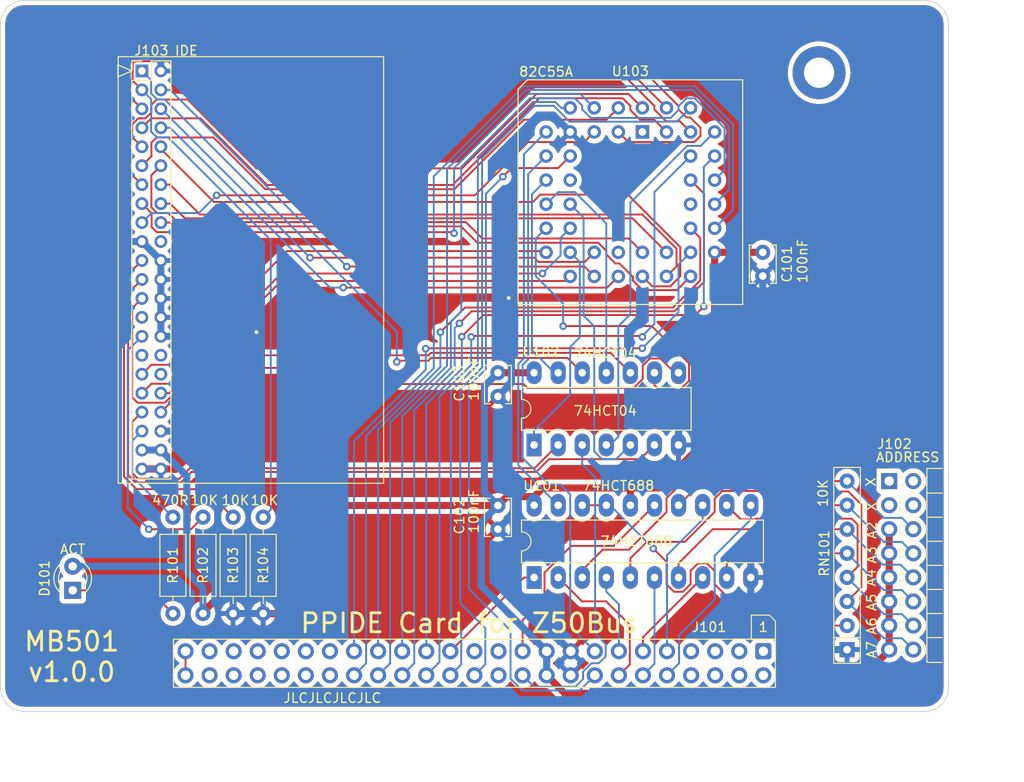
<source format=kicad_pcb>
(kicad_pcb (version 20211014) (generator pcbnew)
  (layers (0 "F.Cu" signal) (31 "B.Cu" signal) (34 "B.Paste" user) (35 "F.Paste" user) (36 "B.SilkS" user "B.Silkscreen") (37 "F.SilkS" user "F.Silkscreen") (38 "B.Mask" user) (39 "F.Mask" user) (44 "Edge.Cuts" user))
  (net 0 "")
  (net 9 "VCC")
  (net 10 "GND")
  (net 11 "Net-(D101-Pad1)")
  (net 12 "/A7")
  (net 13 "/A6")
  (net 14 "/A5")
  (net 15 "/A4")
  (net 16 "/A3")
  (net 17 "/A2")
  (net 18 "/A1")
  (net 19 "/A0")
  (net 20 "/~{M1}")
  (net 24 "/~{RESET}")
  (net 25 "/~{WR}")
  (net 26 "/~{IORQ}")
  (net 27 "/~{RD}")
  (net 28 "/D1")
  (net 29 "/D0")
  (net 30 "/D3")
  (net 31 "/D2")
  (net 32 "/D5")
  (net 33 "/D4")
  (net 34 "/D7")
  (net 45 "Net-(J101-Pad49)")
  (net 46 "/D6")
  (net 47 "/~{DRESET}")
  (net 50 "/PA7")
  (net 51 "/PB0")
  (net 52 "/PA6")
  (net 53 "/PB1")
  (net 54 "/PA5")
  (net 55 "/PB2")
  (net 56 "/PA4")
  (net 57 "/PB3")
  (net 58 "/PA3")
  (net 59 "/PB4")
  (net 60 "/PA2")
  (net 61 "/PB5")
  (net 62 "/PA1")
  (net 63 "/PB6")
  (net 64 "/PA0")
  (net 65 "/PB7")
  (net 66 "/DMARQ")
  (net 67 "/~{DIOW}")
  (net 68 "/~{DIOR}")
  (net 69 "/DMACK")
  (net 70 "/~{DCS0}")
  (net 71 "/~{DCS1}")
  (net 72 "/~{ACT}")
  (net 82 "Net-(RN101-Pad2)")
  (net 83 "/~{PIO_CS}")
  (net 84 "Net-(J102-Pad6)")
  (net 85 "/RESET")
  (net 86 "Net-(J102-Pad8)")
  (net 87 "Net-(J102-Pad10)")
  (net 88 "Net-(J102-Pad12)")
  (net 89 "Net-(J102-Pad14)")
  (net 94 "Net-(J102-Pad16)")
  (net 95 "/DA1")
  (net 96 "/DA0")
  (net 97 "/DA2")
  (net 98 "/DRESET")
  (net 99 "/DIOR")
  (net 100 "/DCS1")
  (net 101 "/DIOW")
  (net 102 "/DCS0")
  (footprint "Resistor_THT:R_Axial_DIN0207_L6.3mm_D2.5mm_P10.16mm_Horizontal" (layer "F.Cu") (at 127.715 104.51 -90)
    (fp_text reference "R104")
    (fp_text value "10K")
  )
  (footprint "Capacitor_THT:C_Disc_D3.8mm_W2.6mm_P2.50mm" (layer "F.Cu") (at 152.48 89.27 -90)
    (fp_text reference "C103")
    (fp_text value "0.1uF")
  )
  (footprint "Capacitor_THT:C_Disc_D3.8mm_W2.6mm_P2.50mm" (layer "F.Cu") (at 152.48 103.28 -90)
    (fp_text reference "C102")
    (fp_text value "0.1uF")
  )
  (footprint "Capacitor_THT:C_Disc_D3.8mm_W2.6mm_P2.50mm" (layer "F.Cu") (at 180.42 76.57 -90)
    (fp_text reference "C101")
    (fp_text value "0.1uF")
  )
  (footprint "Connector_PinHeader_2.54mm:PinHeader_2x08_P2.54mm_Horizontal" (layer "F.Cu") (at 193.755 100.7)
    (fp_text reference "J102")
    (fp_text value "Conn_02x08_Odd_Even")
  )
  (footprint "Package_DIP:DIP-20_W7.62mm_LongPads" (layer "F.Cu") (at 156.295 110.875 90)
    (fp_text reference "U101")
    (fp_text value "74HCT688")
  )
  (footprint "Z50bus:Apacer DOM" (layer "F.Cu") (at 114.92 57.43)
    (fp_text reference "J103")
    (fp_text value "Apacer_DOM")
  )
  (footprint "LED_THT:LED_D3.0mm" (layer "F.Cu") (at 107.62 112.23 90)
    (fp_text reference "D101")
    (fp_text value "LED")
  )
  (footprint "Resistor_THT:R_Axial_DIN0207_L6.3mm_D2.5mm_P10.16mm_Horizontal" (layer "F.Cu") (at 124.54 104.51 -90)
    (fp_text reference "R103")
    (fp_text value "10K")
  )
  (footprint "Package_DIP:DIP-14_W7.62mm_LongPads" (layer "F.Cu") (at 156.29 96.89 90)
    (fp_text reference "U102")
    (fp_text value "74HCT04")
  )
  (footprint "Package_LCC:PLCC-44_THT-Socket" (layer "F.Cu") (at 167.72 63.87)
    (fp_text reference "U103")
    (fp_text value "82C55A_PLCC")
  )
  (footprint "Z50bus:Z50bus module card edge" (layer "F.Cu") (at 180.48 118.65 -90)
    (fp_text reference "J101")
    (fp_text value "Z50bus_male")
  )
  (footprint "Resistor_THT:R_Array_SIP8" (layer "F.Cu") (at 189.31 118.48 90)
    (fp_text reference "RN101")
    (fp_text value "10K")
  )
  (footprint "Resistor_THT:R_Axial_DIN0207_L6.3mm_D2.5mm_P10.16mm_Horizontal" (layer "F.Cu") (at 118.19 104.51 -90)
    (fp_text reference "R101")
    (fp_text value "470R")
  )
  (footprint "MountingHole:MountingHole_3.2mm_M3_DIN965_Pad_TopBottom" (layer "F.Cu") (at 186.36 57.62)
    (fp_text reference "H101" hide)
    (fp_text value "MountingHole")
  )
  (footprint "Resistor_THT:R_Axial_DIN0207_L6.3mm_D2.5mm_P10.16mm_Horizontal" (layer "F.Cu") (at 121.365 104.51 -90)
    (fp_text reference "R102")
    (fp_text value "10K")
  )
  (gr_line (start 102.5 50) (end 197.5 50) (layer "Edge.Cuts") (width 0.1))
  (gr_arc (start 100 52.5) (mid 100.732233 50.732233) (end 102.5 50) (layer "Edge.Cuts") (width 0.1))
  (gr_line (start 200 52.5) (end 200 122.5) (layer "Edge.Cuts") (width 0.1))
  (gr_line (start 100 122.5) (end 100 52.5) (layer "Edge.Cuts") (width 0.1))
  (gr_arc (start 200 122.5) (mid 199.267767 124.267767) (end 197.5 125) (layer "Edge.Cuts") (width 0.1))
  (gr_line (start 197.5 125) (end 102.5 125) (layer "Edge.Cuts") (width 0.1))
  (gr_arc (start 197.5 50) (mid 199.267767 50.732233) (end 200 52.5) (layer "Edge.Cuts") (width 0.1))
  (gr_arc (start 102.5 125) (mid 100.732233 124.267767) (end 100 122.5) (layer "Edge.Cuts") (width 0.1))
  (gr_text "ACT" (at 107.61 107.89) (layer "F.SilkS") (effects (font (size 1 1))))
  (gr_text "10K" (at 186.77 101.97 90) (layer "F.SilkS") (effects (font (size 1 1))))
  (gr_text "PPIDE Card for Z50Bus" (at 149.432 115.686) (layer "F.SilkS") (effects (font (size 2 2) (thickness 0.3))))
  (gr_text "X" (at 191.91 103.39 90) (layer "F.SilkS") (effects (font (size 1 1))))
  (gr_text "ADDRESS" (at 195.71 98.19) (layer "F.SilkS") (effects (font (size 1 1))))
  (gr_text "A5" (at 191.91 113.49 90) (layer "F.SilkS") (effects (font (size 1 1))))
  (gr_text "MB501\nv1.0.0" (at 107.522 119.242) (layer "F.SilkS") (effects (font (size 2 2) (thickness 0.3))))
  (gr_text "74HCT04" (at 163.81 93.29) (layer "F.SilkS") (effects (font (size 1 1))))
  (gr_text "A2" (at 191.91 105.89 90) (layer "F.SilkS") (effects (font (size 1 1))))
  (gr_text "A6" (at 191.91 115.99 90) (layer "F.SilkS") (effects (font (size 1 1))))
  (gr_text "10K" (at 127.842 102.732) (layer "F.SilkS") (effects (font (size 1 1))))
  (gr_text "100nF" (at 184.61 77.49 90) (layer "F.SilkS") (effects (font (size 1 1))))
  (gr_text "JLCJLCJLCJLC" (at 135.01 123.59) (layer "F.SilkS") (effects (font (size 1 1))))
  (gr_text "IDE" (at 119.61 55.29) (layer "F.SilkS") (effects (font (size 1 1))))
  (gr_text "74HCT688" (at 167.085 107.05) (layer "F.SilkS") (effects (font (size 1 1))))
  (gr_text "100nF" (at 149.94 103.875 90) (layer "F.SilkS") (effects (font (size 1 1))))
  (gr_text "470R" (at 117.936 102.732) (layer "F.SilkS") (effects (font (size 1 1))))
  (gr_text "10K" (at 121.492 102.732) (layer "F.SilkS") (effects (font (size 1 1))))
  (gr_text "A7" (at 191.91 118.49 90) (layer "F.SilkS") (effects (font (size 1 1))))
  (gr_text "A4" (at 191.81 110.89 90) (layer "F.SilkS") (effects (font (size 1 1))))
  (gr_text "74HCT688" (at 165.18 101.19) (layer "F.SilkS") (effects (font (size 1 1))))
  (gr_text "A3" (at 191.91 108.49 90) (layer "F.SilkS") (effects (font (size 1 1))))
  (gr_text "10K" (at 124.794 102.732) (layer "F.SilkS") (effects (font (size 1 1))))
  (gr_text "82C55A" (at 157.56 57.52) (layer "F.SilkS") (effects (font (size 1 1))))
  (gr_text "100nF" (at 149.94 89.905 90) (layer "F.SilkS") (effects (font (size 1 1))))
  (gr_text "74HCT04" (at 163.81 87.19) (layer "F.SilkS") (effects (font (size 1 1))))
  (gr_text "X" (at 191.81 100.79 90) (layer "F.SilkS") (effects (font (size 1 1))))
  (segment (start 193.755 118.48) (end 193.755 105.78) (width 0.75) (layer "F.Cu") (net 9))
  (segment locked (start 189.225 123.09) (end 193.82 118.495) (width 0.75) (layer "F.Cu") (net 9))
  (segment locked (start 157.62 121.19) (end 159.52 123.09) (width 0.75) (layer "F.Cu") (net 9))
  (segment (start 153.4177 102.3423) (end 156.295 102.3423) (width 0.75) (layer "F.Cu") (net 9))
  (segment (start 156.295 102.3423) (end 157.2076 101.4297) (width 0.75) (layer "F.Cu") (net 9))
  (segment (start 152.48 103.28) (end 153.4177 102.3423) (width 0.75) (layer "F.Cu") (net 9))
  (segment (start 152.48 89.27) (end 156.29 89.27) (width 0.75) (layer "F.Cu") (net 9))
  (segment locked (start 159.52 123.09) (end 189.225 123.09) (width 0.75) (layer "F.Cu") (net 9))
  (segment (start 132.615 103.28) (end 152.48 103.28) (width 0.75) (layer "F.Cu") (net 9))
  (segment (start 156.295 103.255) (end 156.295 102.3423) (width 0.75) (layer "F.Cu") (net 9))
  (segment (start 166.455 101.4297) (end 169.416 101.4297) (width 0.75) (layer "F.Cu") (net 9))
  (segment (start 169.416 101.4297) (end 175.34 95.5057) (width 0.75) (layer "F.Cu") (net 9))
  (segment (start 157.2076 101.4297) (end 166.455 101.4297) (width 0.75) (layer "F.Cu") (net 9))
  (segment (start 166.455 103.255) (end 166.455 101.4297) (width 0.75) (layer "F.Cu") (net 9))
  (segment (start 175.34 95.5057) (end 175.34 76.57) (width 0.75) (layer "F.Cu") (net 9))
  (segment (start 121.365 114.53) (end 132.615 103.28) (width 0.75) (layer "F.Cu") (net 9))
  (segment (start 121.365 114.67) (end 121.365 114.53) (width 0.75) (layer "F.Cu") (net 9))
  (segment (start 175.34 76.57) (end 180.42 76.57) (width 0.75) (layer "F.Cu") (net 9))
  (segment (start 152.48 103.28) (end 151.054 101.854) (width 0.75) (layer "B.Cu") (net 9))
  (segment (start 157.62 121.19) (end 157.62 118.65) (width 0.75) (layer "B.Cu") (net 9))
  (segment (start 114.92 97.43) (end 116.92 97.43) (width 0.75) (layer "B.Cu") (net 9))
  (segment (start 157.62 118.65) (end 150.71 111.74) (width 0.75) (layer "B.Cu") (net 9))
  (segment (start 119.6566 108.32) (end 119.6566 100.1666) (width 0.75) (layer "B.Cu") (net 9))
  (segment (start 121.365 111.9747) (end 119.6566 110.2663) (width 0.75) (layer "B.Cu") (net 9))
  (segment (start 151.054 101.854) (end 151.054 90.696) (width 0.75) (layer "B.Cu") (net 9))
  (segment (start 107.62 109.69) (end 119.56 109.69) (width 0.75) (layer "B.Cu") (net 9))
  (segment (start 151.054 90.696) (end 152.48 89.27) (width 0.75) (layer "B.Cu") (net 9))
  (segment (start 150.71 111.74) (end 150.71 105.05) (width 0.75) (layer "B.Cu") (net 9))
  (segment (start 150.71 105.05) (end 152.48 103.28) (width 0.75) (layer "B.Cu") (net 9))
  (segment (start 119.6566 110.2663) (end 119.6566 109.7866) (width 0.75) (layer "B.Cu") (net 9))
  (segment (start 119.6566 109.7866) (end 119.6566 108.32) (width 0.75) (layer "B.Cu") (net 9))
  (segment (start 121.365 114.67) (end 121.365 111.9747) (width 0.75) (layer "B.Cu") (net 9))
  (segment (start 119.56 109.69) (end 119.6566 109.7866) (width 0.75) (layer "B.Cu") (net 9))
  (segment (start 119.6566 100.1666) (end 116.92 97.43) (width 0.75) (layer "B.Cu") (net 9))
  (segment (start 114.92 99.43) (end 116.2203 99.43) (width 0.75) (layer "F.Cu") (net 10))
  (segment (start 154.1 93.39) (end 169.8553 93.39) (width 0.75) (layer "F.Cu") (net 10))
  (segment (start 119.01 98.89) (end 119.01 96.24) (width 0.75) (layer "F.Cu") (net 10))
  (segment (start 116.92 99.43) (end 116.2203 99.43) (width 0.75) (layer "F.Cu") (net 10))
  (segment (start 118.2 95.43) (end 116.92 95.43) (width 0.75) (layer "F.Cu") (net 10))
  (segment (start 127.715 114.67) (end 127.735 114.69) (width 0.75) (layer "F.Cu") (net 10))
  (segment (start 140.61 81.39) (end 153.51 81.39) (width 0.75) (layer "F.Cu") (net 10))
  (segment (start 153.51 81.39) (end 153.61 81.29) (width 0.75) (layer "F.Cu") (net 10))
  (segment (start 127.735 114.69) (end 143.57 114.69) (width 0.75) (layer "F.Cu") (net 10))
  (segment (start 143.57 114.69) (end 152.48 105.78) (width 0.75) (layer "F.Cu") (net 10))
  (segment (start 119.01 96.24) (end 118.2 95.43) (width 0.75) (layer "F.Cu") (net 10))
  (segment (start 127.01 84.99) (end 137.01 84.99) (width 0.75) (layer "F.Cu") (net 10))
  (segment (start 116.92 99.43) (end 118.47 99.43) (width 0.75) (layer "F.Cu") (net 10))
  (segment (start 137.01 84.99) (end 140.61 81.39) (width 0.75) (layer "F.Cu") (net 10))
  (segment (start 169.8553 93.39) (end 171.53 95.0647) (width 0.75) (layer "F.Cu") (net 10))
  (segment (start 118.47 99.43) (end 119.01 98.89) (width 0.75) (layer "F.Cu") (net 10))
  (segment (start 171.53 95.0647) (end 171.53 96.89) (width 0.75) (layer "F.Cu") (net 10))
  (segment (start 152.48 91.77) (end 154.1 93.39) (width 0.75) (layer "F.Cu") (net 10))
  (via (at 127.01 84.99) (size 0.8) (drill 0.4) (layers "F.Cu" "B.Cu") (net 10))
  (via (at 153.61 81.39) (size 0.8) (drill 0.4) (layers "F.Cu" "B.Cu") (net 10))
  (segment (start 154.11 104.15) (end 154.11 101.09) (width 0.75) (layer "B.Cu") (net 10))
  (segment (start 118.61 87.39) (end 118.61 94.89) (width 0.75) (layer "B.Cu") (net 10))
  (segment (start 171.53 96.89) (end 171.53 95.0647) (width 0.75) (layer "B.Cu") (net 10))
  (segment (start 116.92 81.43) (end 116.92 79.43) (width 0.75) (layer "B.Cu") (net 10))
  (segment (start 116.92 85.43) (end 118.61 85.43) (width 0.75) (layer "B.Cu") (net 10))
  (segment (start 116.92 95.43) (end 119.15 95.43) (width 0.75) (layer "B.Cu") (net 10))
  (segment (start 113.25 75.43) (end 112.71 74.89) (width 0.75) (layer "B.Cu") (net 10))
  (segment (start 153.41 92.7) (end 152.48 91.77) (width 0.75) (layer "B.Cu") (net 10))
  (segment (start 154.295489 64.919211) (end 157.1227 62.092) (width 0.75) (layer "B.Cu") (net 10))
  (segment (start 122.91 111.39) (end 124.54 113.02) (width 0.75) (layer "B.Cu") (net 10))
  (segment (start 180.42 94.686) (end 180.0413 95.0647) (width 0.75) (layer "B.Cu") (net 10))
  (segment (start 118.61 87.39) (end 124.61 87.39) (width 0.75) (layer "B.Cu") (net 10))
  (segment (start 116.92 81.43) (end 116.92 83.43) (width 0.75) (layer "B.Cu") (net 10))
  (segment (start 112.71 74.89) (end 112.71 56.904) (width 0.75) (layer "B.Cu") (net 10))
  (segment (start 124.61 87.39) (end 127.01 84.99) (width 0.75) (layer "B.Cu") (net 10))
  (segment (start 153.904511 75.502883) (end 154.295489 75.111905) (width 0.75) (layer "B.Cu") (net 10))
  (segment (start 112.71 56.904) (end 113.745 55.869) (width 0.75) (layer "B.Cu") (net 10))
  (segment (start 152.48 105.78) (end 154.11 104.15) (width 0.75) (layer "B.Cu") (net 10))
  (segment (start 127.715 114.67) (end 124.54 114.67) (width 0.75) (layer "B.Cu") (net 10))
  (segment (start 114.92 75.43) (end 116.92 77.43) (width 0.75) (layer "B.Cu") (net 10))
  (segment (start 116.92 55.869) (end 116.92 57.43) (width 0.75) (layer "B.Cu") (net 10))
  (segment (start 160.16 118.65) (end 153.71 112.2) (width 0.75) (layer "B.Cu") (net 10))
  (segment (start 153.41 100.39) (end 153.41 92.7) (width 0.75) (layer "B.Cu") (net 10))
  (segment (start 118.61 85.43) (end 118.61 87.39) (width 0.75) (layer "B.Cu") (net 10))
  (segment (start 122.91 99.19) (end 122.91 111.39) (width 0.75) (layer "B.Cu") (net 10))
  (segment (start 160.16 121.19) (end 159.16 120.19) (width 0.2) (layer "B.Cu") (net 10))
  (segment (start 152.48 91.77) (end 153.904511 90.345489) (width 0.75) (layer "B.Cu") (net 10))
  (segment (start 113.745 55.869) (end 116.92 55.869) (width 0.75) (layer "B.Cu") (net 10))
  (segment (start 159.16 119.65) (end 160.16 118.65) (width 0.2) (layer "B.Cu") (net 10))
  (segment (start 180.91 107.2947) (end 179.155 109.0497) (width 0.75) (layer "B.Cu") (net 10))
  (segment (start 118.61 94.89) (end 119.15 95.43) (width 0.75) (layer "B.Cu") (net 10))
  (segment (start 153.904511 90.345489) (end 153.904511 75.502883) (width 0.75) (layer "B.Cu") (net 10))
  (segment (start 189.31 118.48) (end 184.9347 118.48) (width 0.75) (layer "B.Cu") (net 10))
  (segment (start 159.16 120.19) (end 159.16 119.65) (width 0.2) (layer "B.Cu") (net 10))
  (segment (start 116.92 83.43) (end 116.92 85.43) (width 0.75) (layer "B.Cu") (net 10))
  (segment (start 116.92 79.43) (end 116.92 77.43) (width 0.75) (layer "B.Cu") (net 10))
  (segment (start 158.322 62.092) (end 160.1 63.87) (width 0.75) (layer "B.Cu") (net 10))
  (segment (start 114.92 75.43) (end 113.25 75.43) (width 0.75) (layer "B.Cu") (net 10))
  (segment (start 179.155 109.0497) (end 179.155 110.875) (width 0.75) (layer "B.Cu") (net 10))
  (segment (start 180.91 95.9334) (end 180.91 107.2947) (width 0.75) (layer "B.Cu") (net 10))
  (segment (start 184.9347 118.48) (end 179.155 112.7003) (width 0.75) (layer "B.Cu") (net 10))
  (segment (start 153.71 107.01) (end 152.48 105.78) (width 0.75) (layer "B.Cu") (net 10))
  (segment (start 157.1227 62.092) (end 158.322 62.092) (width 0.75) (layer "B.Cu") (net 10))
  (segment (start 180.0413 95.0647) (end 171.53 95.0647) (width 0.75) (layer "B.Cu") (net 10))
  (segment (start 124.54 113.02) (end 124.54 114.67) (width 0.75) (layer "B.Cu") (net 10))
  (segment (start 154.11 101.09) (end 153.41 100.39) (width 0.75) (layer "B.Cu") (net 10))
  (segment (start 180.42 79.07) (end 180.42 94.686) (width 0.75) (layer "B.Cu") (net 10))
  (segment (start 119.15 95.43) (end 122.91 99.19) (width 0.75) (layer "B.Cu") (net 10))
  (segment (start 179.155 110.875) (end 179.155 112.7003) (width 0.75) (layer "B.Cu") (net 10))
  (segment (start 153.71 112.2) (end 153.71 107.01) (width 0.75) (layer "B.Cu") (net 10))
  (segment (start 180.0413 95.0647) (end 180.91 95.9334) (width 0.75) (layer "B.Cu") (net 10))
  (segment (start 154.295489 75.111905) (end 154.295489 64.919211) (width 0.75) (layer "B.Cu") (net 10))
  (segment (start 118.19 114.67) (end 115.81 112.29) (width 0.2) (layer "F.Cu") (net 11))
  (segment (start 107.62 112.23) (end 115.75 112.23) (width 0.2) (layer "F.Cu") (net 11))
  (segment (start 115.75 112.23) (end 115.81 112.29) (width 0.2) (layer "F.Cu") (net 11))
  (segment (start 174.075 104.7553) (end 170.32 108.5103) (width 0.2) (layer "B.Cu") (net 12))
  (segment (start 170.32 108.5103) (end 170.32 118.65) (width 0.2) (layer "B.Cu") (net 12))
  (segment (start 174.075 103.255) (end 174.075 104.7553) (width 0.2) (layer "B.Cu") (net 12))
  (segment (start 171.59 116.9612) (end 171.59 119.92) (width 0.2) (layer "B.Cu") (net 13))
  (segment (start 175.345 113.2062) (end 171.59 116.9612) (width 0.2) (layer "B.Cu") (net 13))
  (segment (start 171.59 119.92) (end 170.32 121.19) (width 0.2) (layer "B.Cu") (net 13))
  (segment (start 179.155 103.255) (end 179.155 104.7553) (width 0.2) (layer "B.Cu") (net 13))
  (segment (start 175.345 108.5653) (end 175.345 113.2062) (width 0.2) (layer "B.Cu") (net 13))
  (segment (start 179.155 104.7553) (end 175.345 108.5653) (width 0.2) (layer "B.Cu") (net 13))
  (segment (start 174.075 110.875) (end 167.78 117.17) (width 0.2) (layer "F.Cu") (net 14))
  (segment (start 167.78 117.17) (end 167.78 118.65) (width 0.2) (layer "F.Cu") (net 14))
  (segment (start 168.995 110.875) (end 168.995 119.975) (width 0.2) (layer "B.Cu") (net 15))
  (segment (start 168.995 119.975) (end 167.78 121.19) (width 0.2) (layer "B.Cu") (net 15))
  (segment (start 163.915 112.3753) (end 165.24 113.7003) (width 0.2) (layer "B.Cu") (net 16))
  (segment (start 163.915 110.875) (end 163.915 112.3753) (width 0.2) (layer "B.Cu") (net 16))
  (segment (start 165.24 113.7003) (end 165.24 118.65) (width 0.2) (layer "B.Cu") (net 16))
  (segment (start 166.389511 120.040489) (end 165.24 121.19) (width 0.2) (layer "F.Cu") (net 17))
  (segment (start 163.90049 113.39049) (end 166.389511 115.879511) (width 0.2) (layer "F.Cu") (net 17))
  (segment (start 166.389511 115.879511) (end 166.389511 120.040489) (width 0.2) (layer "F.Cu") (net 17))
  (segment (start 161.35049 113.39049) (end 163.90049 113.39049) (width 0.2) (layer "F.Cu") (net 17))
  (segment (start 158.835 110.875) (end 161.35049 113.39049) (width 0.2) (layer "F.Cu") (net 17))
  (segment (start 157.901 101.081) (end 159.084 101.081) (width 0.2) (layer "B.Cu") (net 18))
  (segment (start 155.667977 87.866357) (end 155.078533 88.455801) (width 0.2) (layer "B.Cu") (net 18))
  (segment (start 159.084 101.081) (end 160.105 102.102) (width 0.2) (layer "B.Cu") (net 18))
  (segment (start 155.667977 68.302023) (end 155.667977 87.866357) (width 0.2) (layer "B.Cu") (net 18))
  (segment (start 160.105 116.055) (end 162.7 118.65) (width 0.2) (layer "B.Cu") (net 18))
  (segment (start 160.105 102.102) (end 160.105 116.055) (width 0.2) (layer "B.Cu") (net 18))
  (segment (start 155.078533 98.258533) (end 157.901 101.081) (width 0.2) (layer "B.Cu") (net 18))
  (segment (start 157.56 66.41) (end 155.667977 68.302023) (width 0.2) (layer "B.Cu") (net 18))
  (segment (start 155.078533 88.455801) (end 155.078533 98.258533) (width 0.2) (layer "B.Cu") (net 18))
  (segment (start 160.1 66.41) (end 158.83 67.68) (width 0.2) (layer "F.Cu") (net 19))
  (segment (start 153.92 67.68) (end 153.01 68.59) (width 0.2) (layer "F.Cu") (net 19))
  (segment (start 158.83 67.68) (end 153.92 67.68) (width 0.2) (layer "F.Cu") (net 19))
  (via (at 153.01 68.59) (size 0.8) (drill 0.4) (layers "F.Cu" "B.Cu") (net 19))
  (segment (start 153.81 121.5518) (end 153.81 116.4647) (width 0.2) (layer "B.Cu") (net 19))
  (segment (start 151.21 88.8853) (end 151.21 70.39) (width 0.2) (layer "B.Cu") (net 19))
  (segment (start 153.81 116.4647) (end 149.41 112.0647) (width 0.2) (layer "B.Cu") (net 19))
  (segment (start 151.21 70.39) (end 153.01 68.59) (width 0.2) (layer "B.Cu") (net 19))
  (segment (start 161.0946 122.7954) (end 155.0536 122.7954) (width 0.2) (layer "B.Cu") (net 19))
  (segment (start 155.0536 122.7954) (end 153.81 121.5518) (width 0.2) (layer "B.Cu") (net 19))
  (segment (start 149.41 90.6853) (end 151.21 88.8853) (width 0.2) (layer "B.Cu") (net 19))
  (segment (start 149.41 112.0647) (end 149.41 90.6853) (width 0.2) (layer "B.Cu") (net 19))
  (segment (start 162.7 121.19) (end 161.0946 122.7954) (width 0.2) (layer "B.Cu") (net 19))
  (segment (start 164.710511 107.539489) (end 160.214211 107.539489) (width 0.2) (layer "F.Cu") (net 20))
  (segment (start 160.214211 107.539489) (end 157.394511 110.359189) (width 0.2) (layer "F.Cu") (net 20))
  (segment (start 157.394511 110.359189) (end 157.394511 113.057489) (width 0.2) (layer "F.Cu") (net 20))
  (segment (start 157.394511 113.057489) (end 155.08 115.372) (width 0.2) (layer "F.Cu") (net 20))
  (segment (start 155.08 115.372) (end 155.08 118.65) (width 0.2) (layer "F.Cu") (net 20))
  (segment (start 168.995 103.255) (end 164.710511 107.539489) (width 0.2) (layer "F.Cu") (net 20))
  (segment (start 156.285 122.395) (end 155.08 121.19) (width 0.2) (layer "B.Cu") (net 24))
  (segment (start 163.1185 119.92) (end 162.3415 119.92) (width 0.2) (layer "B.Cu") (net 24))
  (segment (start 162.7314 116.7812) (end 163.8504 117.9002) (width 0.2) (layer "B.Cu") (net 24))
  (segment (start 162.3415 119.92) (end 161.4654 120.7961) (width 0.2) (layer "B.Cu") (net 24))
  (segment (start 161.4654 121.5927) (end 160.6631 122.395) (width 0.2) (layer "B.Cu") (net 24))
  (segment (start 161.37 96.89) (end 161.37 98.9224) (width 0.2) (layer "B.Cu") (net 24))
  (segment (start 161.37 98.9224) (end 162.7314 100.2838) (width 0.2) (layer "B.Cu") (net 24))
  (segment (start 160.6631 122.395) (end 156.285 122.395) (width 0.2) (layer "B.Cu") (net 24))
  (segment (start 161.4654 120.7961) (end 161.4654 121.5927) (width 0.2) (layer "B.Cu") (net 24))
  (segment (start 163.8504 119.1881) (end 163.1185 119.92) (width 0.2) (layer "B.Cu") (net 24))
  (segment (start 163.8504 117.9002) (end 163.8504 119.1881) (width 0.2) (layer "B.Cu") (net 24))
  (segment (start 162.7314 100.2838) (end 162.7314 116.7812) (width 0.2) (layer "B.Cu") (net 24))
  (segment (start 148.51 91.019) (end 150.810489 88.718511) (width 0.2) (layer "B.Cu") (net 25))
  (segment (start 156.318528 61.113022) (end 158.368921 61.113021) (width 0.2) (layer "B.Cu") (net 25))
  (segment (start 151.149511 120.040489) (end 151.149511 116.229511) (width 0.2) (layer "B.Cu") (net 25))
  (segment (start 160.0443 62.7884) (end 171.3416 62.7884) (width 0.2) (layer "B.Cu") (net 25))
  (segment (start 148.51 113.59) (end 148.51 91.019) (width 0.2) (layer "B.Cu") (net 25))
  (segment (start 150.810489 88.718511) (end 150.81049 66.62106) (width 0.2) (layer "B.Cu") (net 25))
  (segment (start 151.149511 116.229511) (end 148.51 113.59) (width 0.2) (layer "B.Cu") (net 25))
  (segment (start 171.3416 62.7884) (end 172.8 61.33) (width 0.2) (layer "B.Cu") (net 25))
  (segment (start 158.368921 61.113021) (end 160.0443 62.7884) (width 0.2) (layer "B.Cu") (net 25))
  (segment (start 150.81049 66.62106) (end 156.318528 61.113022) (width 0.2) (layer "B.Cu") (net 25))
  (segment (start 150 121.19) (end 151.149511 120.040489) (width 0.2) (layer "B.Cu") (net 25))
  (segment (start 155.235 110.875) (end 147.46 118.65) (width 0.2) (layer "F.Cu") (net 26))
  (segment (start 156.295 110.875) (end 155.235 110.875) (width 0.2) (layer "F.Cu") (net 26))
  (segment (start 148.609511 120.040489) (end 147.46 121.19) (width 0.2) (layer "B.Cu") (net 27))
  (segment (start 148.609511 116.624517) (end 148.609511 120.040489) (width 0.2) (layer "B.Cu") (net 27))
  (segment (start 147.51049 91.254504) (end 147.51049 115.525496) (width 0.2) (layer "B.Cu") (net 27))
  (segment (start 147.51049 115.525496) (end 148.609511 116.624517) (width 0.2) (layer "B.Cu") (net 27))
  (segment (start 150.360978 66.505578) (end 150.360978 88.404016) (width 0.2) (layer "B.Cu") (net 27))
  (segment (start 159.150893 61.33) (end 158.534404 60.713511) (width 0.2) (layer "B.Cu") (net 27))
  (segment (start 158.534404 60.713511) (end 158.460358 60.71351) (width 0.2) (layer "B.Cu") (net 27))
  (segment (start 156.153045 60.713511) (end 150.360978 66.505578) (width 0.2) (layer "B.Cu") (net 27))
  (segment (start 150.360978 88.404016) (end 147.51049 91.254504) (width 0.2) (layer "B.Cu") (net 27))
  (segment (start 158.460358 60.71351) (end 156.153045 60.713511) (width 0.2) (layer "B.Cu") (net 27))
  (segment (start 160.1 61.33) (end 159.150893 61.33) (width 0.2) (layer "B.Cu") (net 27))
  (segment (start 148.662432 85.459771) (end 150.932203 83.19) (width 0.2) (layer "F.Cu") (net 28))
  (segment (start 150.932203 83.19) (end 173.297 83.19) (width 0.2) (layer "F.Cu") (net 28))
  (segment (start 173.297 83.19) (end 174.197 82.29) (width 0.2) (layer "F.Cu") (net 28))
  (via (at 174.197 82.29) (size 0.8) (drill 0.4) (layers "F.Cu" "B.Cu") (net 28))
  (via (at 148.662432 85.459771) (size 0.8) (drill 0.4) (layers "F.Cu" "B.Cu") (net 28))
  (segment (start 144.92 92.615006) (end 148.67 88.865006) (width 0.2) (layer "B.Cu") (net 28))
  (segment (start 144.92 118.65) (end 144.92 92.615006) (width 0.2) (layer "B.Cu") (net 28))
  (segment (start 148.67 88.865006) (end 148.67 85.467339) (width 0.2) (layer "B.Cu") (net 28))
  (segment (start 148.67 85.467339) (end 148.662432 85.459771) (width 0.2) (layer "B.Cu") (net 28))
  (segment (start 175.34 66.41) (end 174.197 67.553) (width 0.2) (layer "B.Cu") (net 28))
  (segment (start 174.197 67.553) (end 174.197 82.29) (width 0.2) (layer "B.Cu") (net 28))
  (segment (start 149.760988 85.39049) (end 149.661478 85.49) (width 0.2) (layer "F.Cu") (net 29))
  (segment (start 167.71 85.49) (end 167.61049 85.39049) (width 0.2) (layer "F.Cu") (net 29))
  (segment (start 167.61049 85.39049) (end 149.760988 85.39049) (width 0.2) (layer "F.Cu") (net 29))
  (via (at 167.71 85.49) (size 0.8) (drill 0.4) (layers "F.Cu" "B.Cu") (net 29))
  (via (at 149.661478 85.49) (size 0.8) (drill 0.4) (layers "F.Cu" "B.Cu") (net 29))
  (segment (start 168.99 84.11) (end 167.61 85.49) (width 0.2) (layer "B.Cu") (net 29))
  (segment (start 146.310489 119.799511) (end 146.310489 91.789511) (width 0.2) (layer "B.Cu") (net 29))
  (segment (start 149.661478 88.438522) (end 149.661478 85.49) (width 0.2) (layer "B.Cu") (net 29))
  (segment (start 144.92 121.19) (end 146.310489 119.799511) (width 0.2) (layer "B.Cu") (net 29))
  (segment (start 146.310489 91.789511) (end 149.661478 88.438522) (width 0.2) (layer "B.Cu") (net 29))
  (segment (start 167.61 85.49) (end 167.71 85.49) (width 0.2) (layer "B.Cu") (net 29))
  (segment (start 172.8 66.41) (end 168.99 70.22) (width 0.2) (layer "B.Cu") (net 29))
  (segment (start 168.99 70.22) (end 168.99 84.11) (width 0.2) (layer "B.Cu") (net 29))
  (segment (start 155.846142 60.314) (end 148.610499 67.549643) (width 0.2) (layer "B.Cu") (net 30))
  (segment (start 176.3909 67.8991) (end 176.3909 63.467) (width 0.2) (layer "B.Cu") (net 30))
  (segment (start 142.38 93.879973) (end 142.38 118.65) (width 0.2) (layer "B.Cu") (net 30))
  (segment (start 158.699087 60.3132) (end 158.698287 60.314) (width 0.2) (layer "B.Cu") (net 30))
  (segment (start 172.363 60.3184) (end 171.53 61.1514) (width 0.2) (layer "B.Cu") (net 30))
  (segment (start 171.53 61.1514) (end 171.53 61.5569) (width 0.2) (layer "B.Cu") (net 30))
  (segment (start 173.2423 60.3184) (end 172.363 60.3184) (width 0.2) (layer "B.Cu") (net 30))
  (segment (start 171.53 61.5569) (end 170.6989 62.388) (width 0.2) (layer "B.Cu") (net 30))
  (segment (start 175.34 68.95) (end 176.3909 67.8991) (width 0.2) (layer "B.Cu") (net 30))
  (segment (start 147.5105 88.749473) (end 142.38 93.879973) (width 0.2) (layer "B.Cu") (net 30))
  (segment (start 160.5887 60.3132) (end 158.699087 60.3132) (width 0.2) (layer "B.Cu") (net 30))
  (segment (start 176.3909 63.467) (end 173.2423 60.3184) (width 0.2) (layer "B.Cu") (net 30))
  (segment (start 158.698287 60.314) (end 155.846142 60.314) (width 0.2) (layer "B.Cu") (net 30))
  (segment (start 147.5105 83.900255) (end 147.5105 88.749473) (width 0.2) (layer "B.Cu") (net 30))
  (segment (start 148.610499 82.800256) (end 147.5105 83.900255) (width 0.2) (layer "B.Cu") (net 30))
  (segment (start 161.37 61.0945) (end 160.5887 60.3132) (width 0.2) (layer "B.Cu") (net 30))
  (segment (start 162.2665 62.388) (end 161.37 61.4915) (width 0.2) (layer "B.Cu") (net 30))
  (segment (start 161.37 61.4915) (end 161.37 61.0945) (width 0.2) (layer "B.Cu") (net 30))
  (segment (start 170.6989 62.388) (end 162.2665 62.388) (width 0.2) (layer "B.Cu") (net 30))
  (segment (start 148.610499 67.549643) (end 148.610499 82.800256) (width 0.2) (layer "B.Cu") (net 30))
  (segment (start 174.2215 79.6911) (end 171.122111 82.790489) (width 0.2) (layer "F.Cu") (net 31))
  (segment (start 149.688511 82.790489) (end 148.416 84.063) (width 0.2) (layer "F.Cu") (net 31))
  (segment (start 174.2215 70.3715) (end 174.2215 79.6911) (width 0.2) (layer "F.Cu") (net 31))
  (segment (start 172.8 68.95) (end 174.2215 70.3715) (width 0.2) (layer "F.Cu") (net 31))
  (segment (start 171.122111 82.790489) (end 149.688511 82.790489) (width 0.2) (layer "F.Cu") (net 31))
  (via (at 148.416 84.063) (size 0.8) (drill 0.4) (layers "F.Cu" "B.Cu") (net 31))
  (segment (start 142.38 121.19) (end 143.65 119.92) (width 0.2) (layer "B.Cu") (net 31))
  (segment (start 147.912931 88.957082) (end 147.912931 84.566069) (width 0.2) (layer "B.Cu") (net 31))
  (segment (start 143.65 93.220013) (end 147.912931 88.957082) (width 0.2) (layer "B.Cu") (net 31))
  (segment (start 147.912931 84.566069) (end 148.416 84.063) (width 0.2) (layer "B.Cu") (net 31))
  (segment (start 143.65 119.92) (end 143.65 93.220013) (width 0.2) (layer "B.Cu") (net 31))
  (segment (start 170.955222 82.390978) (end 149.009022 82.390978) (width 0.2) (layer "F.Cu") (net 32))
  (segment (start 173.8211 79.5251) (end 170.955222 82.390978) (width 0.2) (layer "F.Cu") (net 32))
  (segment (start 173.8211 75.0511) (end 173.8211 79.5251) (width 0.2) (layer "F.Cu") (net 32))
  (segment (start 149.009022 82.390978) (end 146.41 84.99) (width 0.2) (layer "F.Cu") (net 32))
  (segment (start 172.8 74.03) (end 173.8211 75.0511) (width 0.2) (layer "F.Cu") (net 32))
  (via (at 146.41 84.99) (size 0.8) (drill 0.4) (layers "F.Cu" "B.Cu") (net 32))
  (segment (start 139.84 118.65) (end 139.84 95.235031) (width 0.2) (layer "B.Cu") (net 32))
  (segment (start 139.84 95.235031) (end 146.41 88.665031) (width 0.2) (layer "B.Cu") (net 32))
  (segment (start 146.41 88.665031) (end 146.41 84.99) (width 0.2) (layer "B.Cu") (net 32))
  (segment (start 173.017311 59.443511) (end 155.445224 59.443511) (width 0.2) (layer "B.Cu") (net 33))
  (segment (start 141.11 94.530025) (end 141.11 119.92) (width 0.2) (layer "B.Cu") (net 33))
  (segment (start 155.445224 59.443511) (end 147.110989 67.777746) (width 0.2) (layer "B.Cu") (net 33))
  (segment (start 147.110989 88.529036) (end 141.11 94.530025) (width 0.2) (layer "B.Cu") (net 33))
  (segment (start 175.34 71.49) (end 176.8304 69.9996) (width 0.2) (layer "B.Cu") (net 33))
  (segment (start 147.110989 67.777746) (end 147.110989 88.529036) (width 0.2) (layer "B.Cu") (net 33))
  (segment (start 141.11 119.92) (end 139.84 121.19) (width 0.2) (layer "B.Cu") (net 33))
  (segment (start 176.8304 69.9996) (end 176.8304 63.2566) (width 0.2) (layer "B.Cu") (net 33))
  (segment (start 176.8304 63.2566) (end 173.017311 59.443511) (width 0.2) (layer "B.Cu") (net 33))
  (segment (start 167.71 86.69) (end 144.9 86.69) (width 0.2) (layer "F.Cu") (net 34))
  (segment (start 144.9 86.69) (end 144.86 86.73) (width 0.2) (layer "F.Cu") (net 34))
  (via (at 167.71 86.69) (size 0.8) (drill 0.4) (layers "F.Cu" "B.Cu") (net 34))
  (via (at 144.86 86.73) (size 0.8) (drill 0.4) (layers "F.Cu" "B.Cu") (net 34))
  (segment (start 137.3 118.65) (end 137.3 96.5) (width 0.2) (layer "B.Cu") (net 34))
  (segment (start 144.86 88.94) (end 144.86 86.73) (width 0.2) (layer "B.Cu") (net 34))
  (segment (start 171.53 82.87) (end 167.71 86.69) (width 0.2) (layer "B.Cu") (net 34))
  (segment (start 172.8 76.57) (end 171.53 77.84) (width 0.2) (layer "B.Cu") (net 34))
  (segment (start 171.53 77.84) (end 171.53 82.87) (width 0.2) (layer "B.Cu") (net 34))
  (segment (start 137.3 96.5) (end 144.86 88.94) (width 0.2) (layer "B.Cu") (net 34))
  (segment (start 119.52 121.19) (end 119.52 118.65) (width 0.2) (layer "F.Cu") (net 45))
  (segment (start 177.279911 72.090089) (end 177.27991 63.070406) (width 0.2) (layer "B.Cu") (net 46))
  (segment (start 145.71 88.79) (end 138.57 95.93) (width 0.2) (layer "B.Cu") (net 46))
  (segment (start 155.209031 59.044) (end 145.71 68.543031) (width 0.2) (layer "B.Cu") (net 46))
  (segment (start 173.253504 59.044) (end 155.209031 59.044) (width 0.2) (layer "B.Cu") (net 46))
  (segment (start 138.57 95.93) (end 138.57 119.92) (width 0.2) (layer "B.Cu") (net 46))
  (segment (start 177.27991 63.070406) (end 173.253504 59.044) (width 0.2) (layer "B.Cu") (net 46))
  (segment (start 175.34 74.03) (end 177.279911 72.090089) (width 0.2) (layer "B.Cu") (net 46))
  (segment (start 138.57 119.92) (end 137.3 121.19) (width 0.2) (layer "B.Cu") (net 46))
  (segment (start 145.71 68.543031) (end 145.71 88.79) (width 0.2) (layer "B.Cu") (net 46))
  (segment (start 161.37 89.27) (end 159.809928 87.709928) (width 0.2) (layer "F.Cu") (net 47))
  (segment (start 141.941001 88) (end 141.812 88.129001) (width 0.2) (layer "F.Cu") (net 47))
  (segment (start 145.434311 87.709928) (end 145.144239 88) (width 0.2) (layer "F.Cu") (net 47))
  (segment (start 159.809928 87.709928) (end 145.434311 87.709928) (width 0.2) (layer "F.Cu") (net 47))
  (segment (start 145.144239 88) (end 141.941001 88) (width 0.2) (layer "F.Cu") (net 47))
  (via (at 141.812 88.129001) (size 0.8) (drill 0.4) (layers "F.Cu" "B.Cu") (net 47))
  (segment (start 115.894511 58.404511) (end 115.894511 59.801511) (width 0.2) (layer "B.Cu") (net 47))
  (segment (start 116.523 60.43) (end 117.3072 60.43) (width 0.2) (layer "B.Cu") (net 47))
  (segment (start 141.812 84.9348) (end 141.812 88.129001) (width 0.2) (layer "B.Cu") (net 47))
  (segment (start 114.92 57.43) (end 115.894511 58.404511) (width 0.2) (layer "B.Cu") (net 47))
  (segment (start 115.894511 59.801511) (end 116.523 60.43) (width 0.2) (layer "B.Cu") (net 47))
  (segment (start 117.3072 60.43) (end 141.812 84.9348) (width 0.2) (layer "B.Cu") (net 47))
  (segment (start 168.99 61.5124) (end 170.2193 62.7417) (width 0.2) (layer "F.Cu") (net 50))
  (segment (start 113.9446 58.4546) (end 113.9446 56.6054) (width 0.2) (layer "F.Cu") (net 50))
  (segment (start 168.99 61.1297) (end 168.99 61.5124) (width 0.2) (layer "F.Cu") (net 50))
  (segment (start 170.2193 62.7417) (end 171.6717 62.7417) (width 0.2) (layer "F.Cu") (net 50))
  (segment (start 171.6717 62.7417) (end 172.8 63.87) (width 0.2) (layer "F.Cu") (net 50))
  (segment (start 164.2647 56.4044) (end 168.99 61.1297) (width 0.2) (layer "F.Cu") (net 50))
  (segment (start 114.92 59.43) (end 113.9446 58.4546) (width 0.2) (layer "F.Cu") (net 50))
  (segment (start 114.1456 56.4044) (end 164.2647 56.4044) (width 0.2) (layer "F.Cu") (net 50))
  (segment (start 113.9446 56.6054) (end 114.1456 56.4044) (width 0.2) (layer "F.Cu") (net 50))
  (segment (start 115.8953 63.8382) (end 116.4871 64.43) (width 0.2) (layer "B.Cu") (net 50))
  (segment (start 116.4871 64.43) (end 117.6704 64.43) (width 0.2) (layer "B.Cu") (net 50))
  (segment (start 117.6704 64.43) (end 128.514999 75.274599) (width 0.2) (layer "B.Cu") (net 50))
  (segment (start 115.8953 60.4053) (end 115.8953 63.8382) (width 0.2) (layer "B.Cu") (net 50))
  (segment (start 128.514999 103.710001) (end 127.715 104.51) (width 0.2) (layer "B.Cu") (net 50))
  (segment (start 114.92 59.43) (end 115.8953 60.4053) (width 0.2) (layer "B.Cu") (net 50))
  (segment (start 128.514999 75.274599) (end 128.514999 103.710001) (width 0.2) (layer "B.Cu") (net 50))
  (segment (start 162.64 79.11) (end 161.6043 78.0743) (width 0.2) (layer "F.Cu") (net 51))
  (segment (start 161.6043 78.0743) (end 136.5396 78.0743) (width 0.2) (layer "F.Cu") (net 51))
  (via (at 136.5396 78.0743) (size 0.8) (drill 0.4) (layers "F.Cu" "B.Cu") (net 51))
  (segment (start 117.8953 59.43) (end 136.5396 78.0743) (width 0.2) (layer "B.Cu") (net 51))
  (segment (start 116.92 59.43) (end 117.8953 59.43) (width 0.2) (layer "B.Cu") (net 51))
  (segment (start 113.9797 56.004) (end 164.934 56.004) (width 0.2) (layer "F.Cu") (net 52))
  (segment (start 114.92 61.43) (end 113.4951 60.0051) (width 0.2) (layer "F.Cu") (net 52))
  (segment (start 113.4951 56.4886) (end 113.9797 56.004) (width 0.2) (layer "F.Cu") (net 52))
  (segment (start 164.934 56.004) (end 170.26 61.33) (width 0.2) (layer "F.Cu") (net 52))
  (segment (start 113.4951 60.0051) (end 113.4951 56.4886) (width 0.2) (layer "F.Cu") (net 52))
  (segment (start 156.7561 77.5816) (end 156.3121 77.1376) (width 0.2) (layer "F.Cu") (net 53))
  (segment (start 156.3121 77.1376) (end 132.656 77.1376) (width 0.2) (layer "F.Cu") (net 53))
  (segment (start 162.64 76.57) (end 161.6284 77.5816) (width 0.2) (layer "F.Cu") (net 53))
  (segment (start 161.6284 77.5816) (end 156.7561 77.5816) (width 0.2) (layer "F.Cu") (net 53))
  (via (at 132.656 77.1376) (size 0.8) (drill 0.4) (layers "F.Cu" "B.Cu") (net 53))
  (segment (start 116.9484 61.43) (end 116.92 61.43) (width 0.2) (layer "B.Cu") (net 53))
  (segment (start 132.656 77.1376) (end 116.9484 61.43) (width 0.2) (layer "B.Cu") (net 53))
  (segment (start 121.089682 62.43) (end 115.92 62.43) (width 0.2) (layer "F.Cu") (net 54))
  (segment (start 170.26 63.87) (end 168.9648 62.5748) (width 0.2) (layer "F.Cu") (net 54))
  (segment (start 115.92 62.43) (end 114.92 63.43) (width 0.2) (layer "F.Cu") (net 54))
  (segment (start 168.9648 62.5748) (end 167.4632 62.5748) (width 0.2) (layer "F.Cu") (net 54))
  (segment (start 128.123704 69.464022) (end 121.089682 62.43) (width 0.2) (layer "F.Cu") (net 54))
  (segment (start 166.45 61.1296) (end 165.634111 60.313711) (width 0.2) (layer "F.Cu") (net 54))
  (segment (start 147.696296 69.464022) (end 128.123704 69.464022) (width 0.2) (layer "F.Cu") (net 54))
  (segment (start 156.846607 60.313711) (end 147.696296 69.464022) (width 0.2) (layer "F.Cu") (net 54))
  (segment (start 167.4632 62.5748) (end 166.45 61.5616) (width 0.2) (layer "F.Cu") (net 54))
  (segment (start 165.634111 60.313711) (end 156.846607 60.313711) (width 0.2) (layer "F.Cu") (net 54))
  (segment (start 166.45 61.5616) (end 166.45 61.1296) (width 0.2) (layer "F.Cu") (net 54))
  (segment (start 165.18 79.11) (end 163.99901 80.29099) (width 0.2) (layer "F.Cu") (net 55))
  (segment (start 163.99901 80.29099) (end 136.156877 80.29099) (width 0.2) (layer "F.Cu") (net 55))
  (via (at 136.156877 80.29099) (size 0.8) (drill 0.4) (layers "F.Cu" "B.Cu") (net 55))
  (segment (start 134.75629 80.29099) (end 136.156877 80.29099) (width 0.2) (layer "B.Cu") (net 55))
  (segment (start 116.92 63.43) (end 117.8953 63.43) (width 0.2) (layer "B.Cu") (net 55))
  (segment (start 117.8953 63.43) (end 134.75629 80.29099) (width 0.2) (layer "B.Cu") (net 55))
  (segment (start 166.2542 59.8642) (end 156.5358 59.8642) (width 0.2) (layer "F.Cu") (net 56))
  (segment (start 113.8954 63.0752) (end 113.8954 64.4054) (width 0.2) (layer "F.Cu") (net 56))
  (segment (start 115.92 61.8171) (end 115.3071 62.43) (width 0.2) (layer "F.Cu") (net 56))
  (segment (start 148.685489 67.714511) (end 127.009897 67.714511) (width 0.2) (layer "F.Cu") (net 56))
  (segment (start 167.72 61.33) (end 166.2542 59.8642) (width 0.2) (layer "F.Cu") (net 56))
  (segment (start 116.4625 60.4546) (end 115.92 60.9971) (width 0.2) (layer "F.Cu") (net 56))
  (segment (start 113.8954 64.4054) (end 114.92 65.43) (width 0.2) (layer "F.Cu") (net 56))
  (segment (start 119.749986 60.4546) (end 116.4625 60.4546) (width 0.2) (layer "F.Cu") (net 56))
  (segment (start 115.92 60.9971) (end 115.92 61.8171) (width 0.2) (layer "F.Cu") (net 56))
  (segment (start 127.009897 67.714511) (end 119.749986 60.4546) (width 0.2) (layer "F.Cu") (net 56))
  (segment (start 156.5358 59.8642) (end 148.685489 67.714511) (width 0.2) (layer "F.Cu") (net 56))
  (segment (start 115.3071 62.43) (end 114.5406 62.43) (width 0.2) (layer "F.Cu") (net 56))
  (segment (start 114.5406 62.43) (end 113.8954 63.0752) (width 0.2) (layer "F.Cu") (net 56))
  (segment (start 171.7178 76.0181) (end 171.7178 79.0955) (width 0.2) (layer "F.Cu") (net 57))
  (segment (start 116.92 65.6605) (end 122.5139 71.2544) (width 0.2) (layer "F.Cu") (net 57))
  (segment (start 122.5139 71.2544) (end 156.1724 71.2544) (width 0.2) (layer "F.Cu") (net 57))
  (segment (start 168.764 80.154) (end 167.72 79.11) (width 0.2) (layer "F.Cu") (net 57))
  (segment (start 171.7178 79.0955) (end 170.6593 80.154) (width 0.2) (layer "F.Cu") (net 57))
  (segment (start 170.6593 80.154) (end 168.764 80.154) (width 0.2) (layer "F.Cu") (net 57))
  (segment (start 156.9488 70.478) (end 166.1777 70.478) (width 0.2) (layer "F.Cu") (net 57))
  (segment (start 156.1724 71.2544) (end 156.9488 70.478) (width 0.2) (layer "F.Cu") (net 57))
  (segment (start 116.92 65.43) (end 116.92 65.6605) (width 0.2) (layer "F.Cu") (net 57))
  (segment (start 166.1777 70.478) (end 171.7178 76.0181) (width 0.2) (layer "F.Cu") (net 57))
  (segment (start 155.221022 62.575) (end 147.88249 69.913532) (width 0.2) (layer "F.Cu") (net 58))
  (segment (start 122.478578 64.4546) (end 116.4625 64.4546) (width 0.2) (layer "F.Cu") (net 58))
  (segment (start 147.88249 69.913532) (end 127.93751 69.913532) (width 0.2) (layer "F.Cu") (net 58))
  (segment (start 115.92 64.9971) (end 115.92 66.43) (width 0.2) (layer "F.Cu") (net 58))
  (segment (start 163.935 62.575) (end 155.221022 62.575) (width 0.2) (layer "F.Cu") (net 58))
  (segment (start 165.18 61.33) (end 163.935 62.575) (width 0.2) (layer "F.Cu") (net 58))
  (segment (start 127.93751 69.913532) (end 122.478578 64.4546) (width 0.2) (layer "F.Cu") (net 58))
  (segment (start 116.4625 64.4546) (end 115.92 64.9971) (width 0.2) (layer "F.Cu") (net 58))
  (segment (start 115.92 66.43) (end 114.92 67.43) (width 0.2) (layer "F.Cu") (net 58))
  (segment (start 115.92 71.8216) (end 116.5284 72.43) (width 0.2) (layer "F.Cu") (net 59))
  (segment (start 150.8242 75.1085) (end 166.2585 75.1085) (width 0.2) (layer "F.Cu") (net 59))
  (segment (start 118.6673 73.3827) (end 149.0984 73.3827) (width 0.2) (layer "F.Cu") (net 59))
  (segment (start 117.7146 72.43) (end 118.6673 73.3827) (width 0.2) (layer "F.Cu") (net 59))
  (segment (start 149.0984 73.3827) (end 150.8242 75.1085) (width 0.2) (layer "F.Cu") (net 59))
  (segment (start 116.92 67.43) (end 115.92 68.43) (width 0.2) (layer "F.Cu") (net 59))
  (segment (start 115.92 68.43) (end 115.92 71.8216) (width 0.2) (layer "F.Cu") (net 59))
  (segment (start 166.2585 75.1085) (end 167.72 76.57) (width 0.2) (layer "F.Cu") (net 59))
  (segment (start 116.5284 72.43) (end 117.7146 72.43) (width 0.2) (layer "F.Cu") (net 59))
  (segment (start 113.0729 67.5829) (end 113.0729 56.3318) (width 0.2) (layer "F.Cu") (net 60))
  (segment (start 172.3775 62.3416) (end 172.7707 62.3416) (width 0.2) (layer "F.Cu") (net 60))
  (segment (start 171.53 61.4941) (end 172.3775 62.3416) (width 0.2) (layer "F.Cu") (net 60))
  (segment (start 172.7707 62.3416) (end 173.8445 63.4154) (width 0.2) (layer "F.Cu") (net 60))
  (segment (start 173.1942 64.9337) (end 166.2437 64.9337) (width 0.2) (layer "F.Cu") (net 60))
  (segment (start 114.92 69.43) (end 113.0729 67.5829) (width 0.2) (layer "F.Cu") (net 60))
  (segment (start 165.9762 55.5729) (end 171.53 61.1267) (width 0.2) (layer "F.Cu") (net 60))
  (segment (start 171.53 61.1267) (end 171.53 61.4941) (width 0.2) (layer "F.Cu") (net 60))
  (segment (start 166.2437 64.9337) (end 165.18 63.87) (width 0.2) (layer "F.Cu") (net 60))
  (segment (start 113.0729 56.3318) (end 113.8318 55.5729) (width 0.2) (layer "F.Cu") (net 60))
  (segment (start 173.8445 64.2834) (end 173.1942 64.9337) (width 0.2) (layer "F.Cu") (net 60))
  (segment (start 113.8318 55.5729) (end 165.9762 55.5729) (width 0.2) (layer "F.Cu") (net 60))
  (segment (start 173.8445 63.4154) (end 173.8445 64.2834) (width 0.2) (layer "F.Cu") (net 60))
  (segment (start 170.26 79.11) (end 171.3174 78.0526) (width 0.2) (layer "F.Cu") (net 61))
  (segment (start 167.7154 72.582) (end 121.0473 72.582) (width 0.2) (layer "F.Cu") (net 61))
  (segment (start 171.3174 78.0526) (end 171.3174 76.184) (width 0.2) (layer "F.Cu") (net 61))
  (segment (start 121.0473 72.582) (end 117.8953 69.43) (width 0.2) (layer "F.Cu") (net 61))
  (segment (start 171.3174 76.184) (end 167.7154 72.582) (width 0.2) (layer "F.Cu") (net 61))
  (segment (start 116.92 69.43) (end 117.8953 69.43) (width 0.2) (layer "F.Cu") (net 61))
  (segment (start 116.4906 74.4403) (end 147.7365 74.4403) (width 0.2) (layer "F.Cu") (net 62))
  (segment (start 115.9446 72.4546) (end 115.9446 73.8943) (width 0.2) (layer "F.Cu") (net 62))
  (segment (start 147.7365 74.4403) (end 147.8508 74.5546) (width 0.2) (layer "F.Cu") (net 62))
  (segment (start 114.92 71.43) (end 115.9446 72.4546) (width 0.2) (layer "F.Cu") (net 62))
  (segment (start 115.9446 73.8943) (end 116.4906 74.4403) (width 0.2) (layer "F.Cu") (net 62))
  (via (at 147.8508 74.5546) (size 0.8) (drill 0.4) (layers "F.Cu" "B.Cu") (net 62))
  (segment (start 147.8508 67.673638) (end 147.8508 74.5546) (width 0.2) (layer "B.Cu") (net 62))
  (segment (start 155.681416 59.843022) (end 147.8508 67.673638) (width 0.2) (layer "B.Cu") (net 62))
  (segment (start 162.64 61.33) (end 161.153022 59.843022) (width 0.2) (layer "B.Cu") (net 62))
  (segment (start 161.153022 59.843022) (end 155.681416 59.843022) (width 0.2) (layer "B.Cu") (net 62))
  (segment (start 166.6724 72.9824) (end 170.26 76.57) (width 0.2) (layer "F.Cu") (net 63))
  (segment (start 117.8953 71.43) (end 119.4477 72.9824) (width 0.2) (layer "F.Cu") (net 63))
  (segment (start 119.4477 72.9824) (end 166.6724 72.9824) (width 0.2) (layer "F.Cu") (net 63))
  (segment (start 116.92 71.43) (end 117.8953 71.43) (width 0.2) (layer "F.Cu") (net 63))
  (segment (start 155.658908 64.9359) (end 150.040708 70.5541) (width 0.2) (layer "F.Cu") (net 64))
  (segment (start 162.64 63.87) (end 161.5741 64.9359) (width 0.2) (layer "F.Cu") (net 64))
  (segment (start 150.040708 70.5541) (end 122.8039 70.5541) (width 0.2) (layer "F.Cu") (net 64))
  (segment (start 161.5741 64.9359) (end 155.658908 64.9359) (width 0.2) (layer "F.Cu") (net 64))
  (via (at 122.8039 70.5541) (size 0.8) (drill 0.4) (layers "F.Cu" "B.Cu") (net 64))
  (segment (start 120.928 72.43) (end 122.8039 70.5541) (width 0.2) (layer "B.Cu") (net 64))
  (segment (start 114.92 73.43) (end 115.92 72.43) (width 0.2) (layer "B.Cu") (net 64))
  (segment (start 115.92 72.43) (end 120.928 72.43) (width 0.2) (layer "B.Cu") (net 64))
  (segment (start 166.7084 79.1469) (end 165.3054 77.7439) (width 0.2) (layer "F.Cu") (net 65))
  (segment (start 116.92 73.43) (end 117.8953 73.43) (width 0.2) (layer "F.Cu") (net 65))
  (segment (start 118.2994 73.8341) (end 117.8953 73.43) (width 0.2) (layer "F.Cu") (net 65))
  (segment (start 148.5878 73.8341) (end 118.2994 73.8341) (width 0.2) (layer "F.Cu") (net 65))
  (segment (start 163.91 76.4015) (end 163.067 75.5585) (width 0.2) (layer "F.Cu") (net 65))
  (segment (start 165.3054 77.7439) (end 164.8691 77.7439) (width 0.2) (layer "F.Cu") (net 65))
  (segment (start 163.91 76.7848) (end 163.91 76.4015) (width 0.2) (layer "F.Cu") (net 65))
  (segment (start 164.8691 77.7439) (end 163.91 76.7848) (width 0.2) (layer "F.Cu") (net 65))
  (segment (start 171.355 80.555) (end 167.7291 80.555) (width 0.2) (layer "F.Cu") (net 65))
  (segment (start 172.8 79.11) (end 171.355 80.555) (width 0.2) (layer "F.Cu") (net 65))
  (segment (start 150.3122 75.5585) (end 148.5878 73.8341) (width 0.2) (layer "F.Cu") (net 65))
  (segment (start 166.7084 79.5343) (end 166.7084 79.1469) (width 0.2) (layer "F.Cu") (net 65))
  (segment (start 163.067 75.5585) (end 150.3122 75.5585) (width 0.2) (layer "F.Cu") (net 65))
  (segment (start 167.7291 80.555) (end 166.7084 79.5343) (width 0.2) (layer "F.Cu") (net 65))
  (segment (start 121.5817 101.5517) (end 124.54 104.51) (width 0.2) (layer "F.Cu") (net 66))
  (segment (start 113.0306 79.3194) (end 113.0306 100.2303) (width 0.2) (layer "F.Cu") (net 66))
  (segment (start 113.0306 100.2303) (end 114.352 101.5517) (width 0.2) (layer "F.Cu") (net 66))
  (segment (start 114.92 77.43) (end 113.0306 79.3194) (width 0.2) (layer "F.Cu") (net 66))
  (segment (start 114.352 101.5517) (end 121.5817 101.5517) (width 0.2) (layer "F.Cu") (net 66))
  (segment (start 113.4717 100.0737) (end 114.252022 100.854022) (width 0.2) (layer "F.Cu") (net 67))
  (segment (start 167.49048 98.38952) (end 168.99 96.89) (width 0.2) (layer "F.Cu") (net 67))
  (segment (start 113.4717 80.8783) (end 113.4717 100.0737) (width 0.2) (layer "F.Cu") (net 67))
  (segment (start 120.14962 99.74) (end 156.51 99.74) (width 0.2) (layer "F.Cu") (net 67))
  (segment (start 119.035598 100.854022) (end 120.14962 99.74) (width 0.2) (layer "F.Cu") (net 67))
  (segment (start 157.86048 98.38952) (end 167.49048 98.38952) (width 0.2) (layer "F.Cu") (net 67))
  (segment (start 114.92 79.43) (end 113.4717 80.8783) (width 0.2) (layer "F.Cu") (net 67))
  (segment (start 114.252022 100.854022) (end 119.035598 100.854022) (width 0.2) (layer "F.Cu") (net 67))
  (segment (start 156.51 99.74) (end 157.86048 98.38952) (width 0.2) (layer "F.Cu") (net 67))
  (segment (start 122.355505 87.429501) (end 117.355006 92.43) (width 0.2) (layer "F.Cu") (net 68))
  (segment (start 113.8954 82.4546) (end 114.92 81.43) (width 0.2) (layer "F.Cu") (net 68))
  (segment (start 164.355501 87.175501) (end 145.403744 87.175501) (width 0.2) (layer "F.Cu") (net 68))
  (segment (start 145.149744 87.429501) (end 122.355505 87.429501) (width 0.2) (layer "F.Cu") (net 68))
  (segment (start 114.4533 92.43) (end 113.8954 91.8721) (width 0.2) (layer "F.Cu") (net 68))
  (segment (start 113.8954 91.8721) (end 113.8954 82.4546) (width 0.2) (layer "F.Cu") (net 68))
  (segment (start 166.45 89.27) (end 164.355501 87.175501) (width 0.2) (layer "F.Cu") (net 68))
  (segment (start 145.403744 87.175501) (end 145.149744 87.429501) (width 0.2) (layer "F.Cu") (net 68))
  (segment (start 117.355006 92.43) (end 114.4533 92.43) (width 0.2) (layer "F.Cu") (net 68))
  (segment (start 121.365 104.51) (end 120.095 105.78) (width 0.2) (layer "F.Cu") (net 69))
  (segment (start 120.095 105.78) (end 115.65 105.78) (width 0.2) (layer "F.Cu") (net 69))
  (via (at 115.65 105.78) (size 0.8) (drill 0.4) (layers "F.Cu" "B.Cu") (net 69))
  (segment (start 114.92 85.43) (end 113.4237 86.9263) (width 0.2) (layer "B.Cu") (net 69))
  (segment (start 113.4237 86.9263) (end 113.4237 103.5537) (width 0.2) (layer "B.Cu") (net 69))
  (segment (start 113.4237 103.5537) (end 115.65 105.78) (width 0.2) (layer "B.Cu") (net 69))
  (segment (start 113.895489 99.854367) (end 114.495633 100.454511) (width 0.2) (layer "F.Cu") (net 70))
  (segment (start 113.895489 94.454511) (end 113.895489 99.854367) (width 0.2) (layer "F.Cu") (net 70))
  (segment (start 156.344517 99.340489) (end 158.795006 96.89) (width 0.2) (layer "F.Cu") (net 70))
  (segment (start 114.495633 100.454511) (end 118.870115 100.454511) (width 0.2) (layer "F.Cu") (net 70))
  (segment (start 119.984137 99.340489) (end 156.344517 99.340489) (width 0.2) (layer "F.Cu") (net 70))
  (segment (start 158.795006 96.89) (end 158.83 96.89) (width 0.2) (layer "F.Cu") (net 70))
  (segment (start 114.92 93.43) (end 113.895489 94.454511) (width 0.2) (layer "F.Cu") (net 70))
  (segment (start 118.870115 100.454511) (end 119.984137 99.340489) (width 0.2) (layer "F.Cu") (net 70))
  (segment (start 155.5799 90.87) (end 155.175389 90.465489) (width 0.2) (layer "F.Cu") (net 71))
  (segment (start 140.936171 90.465489) (end 139.232682 88.762) (width 0.2) (layer "F.Cu") (net 71))
  (segment (start 155.175389 90.465489) (end 140.936171 90.465489) (width 0.2) (layer "F.Cu") (net 71))
  (segment (start 166.8082 90.87) (end 155.5799 90.87) (width 0.2) (layer "F.Cu") (net 71))
  (segment (start 167.7535 89.9247) (end 166.8082 90.87) (width 0.2) (layer "F.Cu") (net 71))
  (segment (start 171.53 89.27) (end 171.13 89.27) (width 0.2) (layer "F.Cu") (net 71))
  (segment (start 167.7535 88.516) (end 167.7535 89.9247) (width 0.2) (layer "F.Cu") (net 71))
  (segment (start 168.4998 87.7697) (end 167.7535 88.516) (width 0.2) (layer "F.Cu") (net 71))
  (segment (start 121.588 88.762) (end 116.92 93.43) (width 0.2) (layer "F.Cu") (net 71))
  (segment (start 171.13 89.27) (end 169.6297 87.7697) (width 0.2) (layer "F.Cu") (net 71))
  (segment (start 169.6297 87.7697) (end 168.4998 87.7697) (width 0.2) (layer "F.Cu") (net 71))
  (segment (start 139.232682 88.762) (end 121.588 88.762) (width 0.2) (layer "F.Cu") (net 71))
  (segment (start 118.19 104.51) (end 113.8847 100.2047) (width 0.2) (layer "B.Cu") (net 72))
  (segment (start 113.8847 96.4653) (end 114.92 95.43) (width 0.2) (layer "B.Cu") (net 72))
  (segment (start 113.8847 100.2047) (end 113.8847 96.4653) (width 0.2) (layer "B.Cu") (net 72))
  (segment (start 170.265 109.214) (end 168.863 107.812) (width 0.2) (layer "F.Cu") (net 82))
  (segment (start 173.592 109.3746) (end 172.805 110.1616) (width 0.2) (layer "F.Cu") (net 82))
  (segment (start 170.265 111.5884) (end 170.265 109.214) (width 0.2) (layer "F.Cu") (net 82))
  (segment (start 175.345 110.1883) (end 174.5313 109.3746) (width 0.2) (layer "F.Cu") (net 82))
  (segment (start 175.345 111.5926) (end 175.345 110.1883) (width 0.2) (layer "F.Cu") (net 82))
  (segment (start 171.9913 112.3754) (end 171.052 112.3754) (width 0.2) (layer "F.Cu") (net 82))
  (segment (start 171.052 112.3754) (end 170.265 111.5884) (width 0.2) (layer "F.Cu") (net 82))
  (segment (start 189.31 115.94) (end 179.6924 115.94) (width 0.2) (layer "F.Cu") (net 82))
  (segment (start 161.375 103.255) (end 163.915 103.255) (width 0.2) (layer "F.Cu") (net 82))
  (segment (start 172.805 110.1616) (end 172.805 111.5617) (width 0.2) (layer "F.Cu") (net 82))
  (segment (start 174.5313 109.3746) (end 173.592 109.3746) (width 0.2) (layer "F.Cu") (net 82))
  (segment (start 172.805 111.5617) (end 171.9913 112.3754) (width 0.2) (layer "F.Cu") (net 82))
  (segment (start 179.6924 115.94) (end 175.345 111.5926) (width 0.2) (layer "F.Cu") (net 82))
  (via (at 168.863 107.812) (size 0.8) (drill 0.4) (layers "F.Cu" "B.Cu") (net 82))
  (segment (start 163.915 103.255) (end 164.315 103.255) (width 0.2) (layer "B.Cu") (net 82))
  (segment (start 168.863 107.803) (end 168.863 107.812) (width 0.2) (layer "B.Cu") (net 82))
  (segment (start 164.315 103.255) (end 168.863 107.803) (width 0.2) (layer "B.Cu") (net 82))
  (segment (start 157.56 63.87) (end 155.218466 66.211534) (width 0.2) (layer "B.Cu") (net 83))
  (segment (start 155.218466 66.211534) (end 155.218466 87.750874) (width 0.2) (layer "B.Cu") (net 83))
  (segment (start 154.629022 88.340318) (end 154.629022 99.049022) (width 0.2) (layer "B.Cu") (net 83))
  (segment (start 154.629022 99.049022) (end 158.835 103.255) (width 0.2) (layer "B.Cu") (net 83))
  (segment (start 155.218466 87.750874) (end 154.629022 88.340318) (width 0.2) (layer "B.Cu") (net 83))
  (segment (start 163.529 107.939) (end 161.375 110.093) (width 0.2) (layer "F.Cu") (net 84))
  (segment (start 170.265 102.5127) (end 170.265 103.972) (width 0.2) (layer "F.Cu") (net 84))
  (segment (start 170.265 103.972) (end 166.298 107.939) (width 0.2) (layer "F.Cu") (net 84))
  (segment (start 166.298 107.939) (end 163.529 107.939) (width 0.2) (layer "F.Cu") (net 84))
  (segment (start 161.375 110.093) (end 161.375 110.875) (width 0.2) (layer "F.Cu") (net 84))
  (segment (start 189.31 100.7) (end 172.0777 100.7) (width 0.2) (layer "F.Cu") (net 84))
  (segment (start 172.0777 100.7) (end 170.265 102.5127) (width 0.2) (layer "F.Cu") (net 84))
  (segment locked (start 193.190489 104.580489) (end 195.095489 104.580489) (width 0.2) (layer "B.Cu") (net 84))
  (segment locked (start 195.095489 104.580489) (end 196.295 105.78) (width 0.2) (layer "B.Cu") (net 84))
  (segment locked (start 189.31 100.7) (end 193.190489 104.580489) (width 0.2) (layer "B.Cu") (net 84))
  (segment (start 175.34 63.87) (end 173.8697 65.3403) (width 0.2) (layer "B.Cu") (net 85))
  (segment (start 165.18 84.3745) (end 165.18 96.02) (width 0.2) (layer "B.Cu") (net 85))
  (segment (start 166.45 83.1045) (end 165.18 84.3745) (width 0.2) (layer "B.Cu") (net 85))
  (segment (start 165.18 96.02) (end 164.31 96.89) (width 0.2) (layer "B.Cu") (net 85))
  (segment (start 173.8697 65.3403) (end 172.4388 65.3403) (width 0.2) (layer "B.Cu") (net 85))
  (segment (start 164.31 96.89) (end 163.91 96.89) (width 0.2) (layer "B.Cu") (net 85))
  (segment (start 172.4388 65.3403) (end 166.45 71.3291) (width 0.2) (layer "B.Cu") (net 85))
  (segment (start 166.45 71.3291) (end 166.45 83.1045) (width 0.2) (layer "B.Cu") (net 85))
  (segment (start 175.345 103.9569) (end 172.189401 107.112499) (width 0.2) (layer "F.Cu") (net 86))
  (segment (start 175.345 102.5446) (end 175.345 103.9569) (width 0.2) (layer "F.Cu") (net 86))
  (segment (start 176.1468 101.7428) (end 175.345 102.5446) (width 0.2) (layer "F.Cu") (net 86))
  (segment (start 181.4791 103.24) (end 179.9819 101.7428) (width 0.2) (layer "F.Cu") (net 86))
  (segment (start 172.189401 107.112499) (end 168.189801 107.112499) (width 0.2) (layer "F.Cu") (net 86))
  (segment (start 168.189801 107.112499) (end 166.455 108.8473) (width 0.2) (layer "F.Cu") (net 86))
  (segment (start 166.455 108.8473) (end 166.455 110.875) (width 0.2) (layer "F.Cu") (net 86))
  (segment (start 179.9819 101.7428) (end 176.1468 101.7428) (width 0.2) (layer "F.Cu") (net 86))
  (segment (start 189.31 103.24) (end 181.4791 103.24) (width 0.2) (layer "F.Cu") (net 86))
  (segment locked (start 193.190489 107.120489) (end 195.095489 107.120489) (width 0.2) (layer "B.Cu") (net 86))
  (segment locked (start 195.095489 107.120489) (end 196.295 108.32) (width 0.2) (layer "B.Cu") (net 86))
  (segment locked (start 189.31 103.24) (end 193.190489 107.120489) (width 0.2) (layer "B.Cu") (net 86))
  (segment (start 171.535 110.875) (end 171.535 109.3747) (width 0.2) (layer "F.Cu") (net 87))
  (segment (start 171.535 109.3747) (end 175.1297 105.78) (width 0.2) (layer "F.Cu") (net 87))
  (segment (start 175.1297 105.78) (end 189.31 105.78) (width 0.2) (layer "F.Cu") (net 87))
  (segment locked (start 193.049511 109.519511) (end 194.954511 109.519511) (width 0.2) (layer "B.Cu") (net 87))
  (segment locked (start 194.954511 109.519511) (end 196.295 110.86) (width 0.2) (layer "B.Cu") (net 87))
  (segment locked (start 189.31 105.78) (end 193.049511 109.519511) (width 0.2) (layer "B.Cu") (net 87))
  (segment (start 189.31 108.32) (end 188.2097 108.32) (width 0.2) (layer "F.Cu") (net 88))
  (segment (start 176.615 109.3747) (end 177.6697 108.32) (width 0.2) (layer "F.Cu") (net 88))
  (segment (start 176.615 110.875) (end 176.615 109.3747) (width 0.2) (layer "F.Cu") (net 88))
  (segment (start 177.6697 108.32) (end 188.2097 108.32) (width 0.2) (layer "F.Cu") (net 88))
  (segment locked (start 193.190489 112.200489) (end 195.095489 112.200489) (width 0.2) (layer "B.Cu") (net 88))
  (segment locked (start 195.095489 112.200489) (end 196.295 113.4) (width 0.2) (layer "B.Cu") (net 88))
  (segment locked (start 189.31 108.32) (end 193.190489 112.200489) (width 0.2) (layer "B.Cu") (net 88))
  (segment (start 190.4169 105.2843) (end 190.4169 109.7531) (width 0.2) (layer "F.Cu") (net 89))
  (segment (start 189.7985 104.6659) (end 190.4169 105.2843) (width 0.2) (layer "F.Cu") (net 89))
  (segment (start 190.4169 109.7531) (end 189.31 110.86) (width 0.2) (layer "F.Cu") (net 89))
  (segment (start 179.610436 104.75452) (end 179.699056 104.6659) (width 0.2) (layer "F.Cu") (net 89))
  (segment (start 179.699056 104.6659) (end 189.7985 104.6659) (width 0.2) (layer "F.Cu") (net 89))
  (segment (start 176.615 103.255) (end 178.11452 104.75452) (width 0.2) (layer "F.Cu") (net 89))
  (segment (start 178.11452 104.75452) (end 179.610436 104.75452) (width 0.2) (layer "F.Cu") (net 89))
  (segment locked (start 195.095489 114.740489) (end 196.295 115.94) (width 0.2) (layer "B.Cu") (net 89))
  (segment locked (start 189.31 110.86) (end 193.190489 114.740489) (width 0.2) (layer "B.Cu") (net 89))
  (segment locked (start 193.190489 114.740489) (end 195.095489 114.740489) (width 0.2) (layer "B.Cu") (net 89))
  (segment (start 190.8172 103.1765) (end 189.4411 101.8004) (width 0.2) (layer "F.Cu") (net 94))
  (segment (start 180.6058 101.8004) (end 180.1478 101.3424) (width 0.2) (layer "F.Cu") (net 94))
  (segment (start 180.1478 101.3424) (end 173.4476 101.3424) (width 0.2) (layer "F.Cu") (net 94))
  (segment (start 173.4476 101.3424) (end 171.535 103.255) (width 0.2) (layer "F.Cu") (net 94))
  (segment (start 189.31 113.4) (end 190.8172 111.8928) (width 0.2) (layer "F.Cu") (net 94))
  (segment (start 190.8172 111.8928) (end 190.8172 103.1765) (width 0.2) (layer "F.Cu") (net 94))
  (segment (start 189.4411 101.8004) (end 180.6058 101.8004) (width 0.2) (layer "F.Cu") (net 94))
  (segment locked (start 193.190489 117.280489) (end 195.095489 117.280489) (width 0.2) (layer "B.Cu") (net 94))
  (segment locked (start 189.31 113.4) (end 193.190489 117.280489) (width 0.2) (layer "B.Cu") (net 94))
  (segment locked (start 195.095489 117.280489) (end 196.295 118.48) (width 0.2) (layer "B.Cu") (net 94))
  (segment (start 157.4273 76.4373) (end 130.2365 76.4373) (width 0.2) (layer "F.Cu") (net 95))
  (segment (start 118.2438 88.43) (end 115.92 88.43) (width 0.2) (layer "F.Cu") (net 95))
  (segment (start 130.2365 76.4373) (end 118.2438 88.43) (width 0.2) (layer "F.Cu") (net 95))
  (segment (start 115.92 88.43) (end 114.92 89.43) (width 0.2) (layer "F.Cu") (net 95))
  (segment (start 157.56 76.57) (end 157.4273 76.4373) (width 0.2) (layer "F.Cu") (net 95))
  (segment (start 157.1785 78.8049) (end 129.6397 78.8049) (width 0.2) (layer "F.Cu") (net 96))
  (segment (start 129.6397 78.8049) (end 118.0146 90.43) (width 0.2) (layer "F.Cu") (net 96))
  (segment (start 115.92 90.43) (end 114.92 91.43) (width 0.2) (layer "F.Cu") (net 96))
  (segment (start 118.0146 90.43) (end 115.92 90.43) (width 0.2) (layer "F.Cu") (net 96))
  (via (at 157.1785 78.8049) (size 0.8) (drill 0.4) (layers "F.Cu" "B.Cu") (net 96))
  (segment (start 159.0885 76.8949) (end 157.1785 78.8049) (width 0.2) (layer "B.Cu") (net 96))
  (segment (start 160.1 74.03) (end 159.0885 75.0415) (width 0.2) (layer "B.Cu") (net 96))
  (segment (start 159.0885 75.0415) (end 159.0885 76.8949) (width 0.2) (layer "B.Cu") (net 96))
  (segment (start 117.790012 91.43) (end 129.628523 79.591489) (width 0.2) (layer "F.Cu") (net 97))
  (segment (start 116.92 91.43) (end 117.790012 91.43) (width 0.2) (layer "F.Cu") (net 97))
  (segment (start 129.628523 79.591489) (end 159.618511 79.591489) (width 0.2) (layer "F.Cu") (net 97))
  (segment (start 159.618511 79.591489) (end 160.1 79.11) (width 0.2) (layer "F.Cu") (net 97))
  (segment (start 156.067488 86.907488) (end 158.43 89.27) (width 0.2) (layer "B.Cu") (net 98))
  (segment (start 157.56 68.95) (end 156.067488 70.442512) (width 0.2) (layer "B.Cu") (net 98))
  (segment (start 156.067488 70.442512) (end 156.067488 86.907488) (width 0.2) (layer "B.Cu") (net 98))
  (segment (start 158.43 89.27) (end 158.83 89.27) (width 0.2) (layer "B.Cu") (net 98))
  (segment (start 163.91 73.522) (end 163.91 89.27) (width 0.2) (layer "B.Cu") (net 99))
  (segment (start 157.56 71.49) (end 158.83 70.22) (width 0.2) (layer "B.Cu") (net 99))
  (segment (start 160.608 70.22) (end 163.91 73.522) (width 0.2) (layer "B.Cu") (net 99))
  (segment (start 158.83 70.22) (end 160.608 70.22) (width 0.2) (layer "B.Cu") (net 99))
  (segment (start 168.99 90.57) (end 169.71 91.29) (width 0.2) (layer "F.Cu") (net 100))
  (segment (start 171.464956 91.29) (end 172.6409 90.114056) (width 0.2) (layer "F.Cu") (net 100))
  (segment (start 172.6409 88.282) (end 168.7064 84.3475) (width 0.2) (layer "F.Cu") (net 100))
  (segment (start 168.7064 84.3475) (end 159.3624 84.3475) (width 0.2) (layer "F.Cu") (net 100))
  (segment (start 169.71 91.29) (end 171.464956 91.29) (width 0.2) (layer "F.Cu") (net 100))
  (segment (start 172.6409 90.114056) (end 172.6409 88.282) (width 0.2) (layer "F.Cu") (net 100))
  (segment (start 168.99 89.27) (end 168.99 90.57) (width 0.2) (layer "F.Cu") (net 100))
  (via (at 159.3624 84.3475) (size 0.8) (drill 0.4) (layers "F.Cu" "B.Cu") (net 100))
  (segment (start 156.466999 75.123001) (end 156.466999 79.082658) (width 0.2) (layer "B.Cu") (net 100))
  (segment (start 156.466999 79.082658) (end 159.3624 81.978059) (width 0.2) (layer "B.Cu") (net 100))
  (segment (start 157.56 74.03) (end 156.466999 75.123001) (width 0.2) (layer "B.Cu") (net 100))
  (segment (start 159.3624 81.978059) (end 159.3624 84.3475) (width 0.2) (layer "B.Cu") (net 100))
  (segment (start 163.454564 98.38952) (end 162.64 97.574956) (width 0.2) (layer "B.Cu") (net 101))
  (segment (start 161.5166 72.9066) (end 160.1 71.49) (width 0.2) (layer "B.Cu") (net 101))
  (segment (start 161.5166 83.2511) (end 161.5166 72.9066) (width 0.2) (layer "B.Cu") (net 101))
  (segment (start 162.64 84.3745) (end 161.5166 83.2511) (width 0.2) (layer "B.Cu") (net 101))
  (segment (start 166.45 96.89) (end 164.95048 98.38952) (width 0.2) (layer "B.Cu") (net 101))
  (segment (start 164.95048 98.38952) (end 163.454564 98.38952) (width 0.2) (layer "B.Cu") (net 101))
  (segment (start 162.64 97.574956) (end 162.64 84.3745) (width 0.2) (layer "B.Cu") (net 101))
  (segment (start 160.0998 91.5799) (end 156.29 95.3897) (width 0.2) (layer "B.Cu") (net 102))
  (segment (start 161.1162 77.5862) (end 161.1162 85.534) (width 0.2) (layer "B.Cu") (net 102))
  (segment (start 161.1162 85.534) (end 160.0998 86.5504) (width 0.2) (layer "B.Cu") (net 102))
  (segment (start 160.0998 86.5504) (end 160.0998 91.5799) (width 0.2) (layer "B.Cu") (net 102))
  (segment (start 160.1 76.57) (end 161.1162 77.5862) (width 0.2) (layer "B.Cu") (net 102))
  (segment (start 156.29 96.89) (end 156.29 95.3897) (width 0.2) (layer "B.Cu") (net 102))
  (zone (net 10) (net_name "GND") (layers F&B.Cu) (connect_pads (clearance 0.508)) (min_thickness 0.254) (fill yes (thermal_gap 0.508) (thermal_bridge_width 0.508))
    (polygon (pts (xy 200.01 124.99) (xy 100.01 124.99) (xy 100.01 49.99) (xy 200.01 49.99)))
  )
  (zone (net 10) (net_name "GND") (layer "B.Cu") (connect_pads (clearance 0.508)) (min_thickness 0.254) (fill yes (thermal_gap 0.508) (thermal_bridge_width 0.508))
    (polygon (pts (xy 200.01 124.99) (xy 100.01 124.99) (xy 100.01 49.99) (xy 200.01 49.99)))
  )
)
</source>
